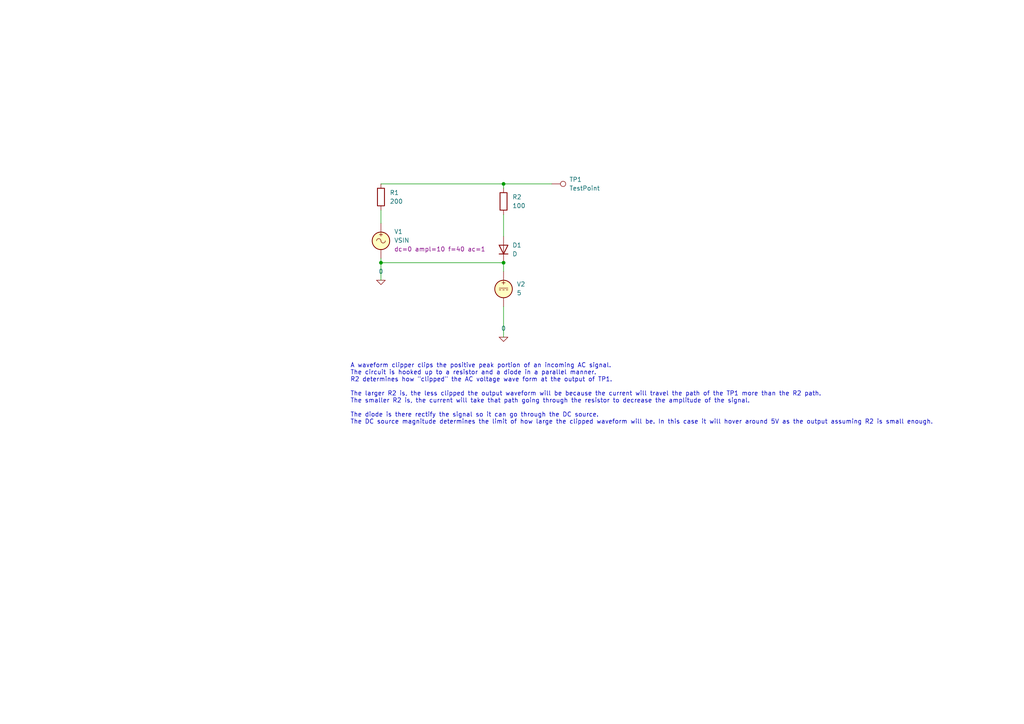
<source format=kicad_sch>
(kicad_sch (version 20230121) (generator eeschema)
  (paper "A4")
  (lib_symbols
    (symbol "Connector:TestPoint" (pin_numbers hide) (pin_names (offset 0.762) hide)
      (property "Reference" "TP" (at 0 6.858 0))
      (property "Value" "TestPoint" (at 0 5.08 0))
      (symbol "TestPoint_0_1"
        (circle (center 0 3.302) (radius 0.762))
      )
      (symbol "TestPoint_1_1"
        (pin passive line (at 0 0 90) (length 2.54) (name "1") (number "1"))
      )
    )
    (symbol "Device:D" (pin_numbers hide) (pin_names (offset 1.016) hide)
      (property "Reference" "D" (at 0 2.54 0))
      (property "Value" "D" (at 0 -2.54 0))
      (symbol "D_0_1"
        (polyline (pts (xy -1.27 1.27) (xy -1.27 -1.27)) (stroke (width 0.254)))
        (polyline (pts (xy 1.27 0) (xy -1.27 0)))
        (polyline (pts (xy 1.27 1.27) (xy 1.27 -1.27) (xy -1.27 0) (xy 1.27 1.27)) (stroke (width 0.254)))
      )
      (symbol "D_1_1"
        (pin passive line (at -3.81 0 0) (length 2.54) (name "K") (number "1"))
        (pin passive line (at 3.81 0 180) (length 2.54) (name "A") (number "2"))
      )
    )
    (symbol "Device:R" (pin_numbers hide) (pin_names (offset 0))
      (property "Reference" "R" (at 2.032 0 90))
      (property "Value" "R" (at 0 0 90))
      (symbol "R_0_1"
        (rectangle (start -1.016 -2.54) (end 1.016 2.54) (stroke (width 0.254)))
      )
      (symbol "R_1_1"
        (pin passive line (at 0 3.81 270) (length 1.27) (name "~") (number "1"))
        (pin passive line (at 0 -3.81 90) (length 1.27) (name "~") (number "2"))
      )
    )
    (symbol "Simulation_SPICE:0" (power) (pin_names (offset 0))
      (property "Value" "0" (at 0 -1.778 0))
      (symbol "0_0_1"
        (polyline (pts (xy -1.27 0) (xy 0 -1.27) (xy 1.27 0) (xy -1.27 0)))
      )
      (symbol "0_1_1"
        (pin power_in line (at 0 0 0) (length 0) hide (name "0") (number "1"))
      )
    )
    (symbol "Simulation_SPICE:VDC" (pin_numbers hide) (pin_names (offset 0.0254))
      (property "Reference" "V" (at 2.54 2.54 0))
      (property "Value" "1" (at 2.54 0 0))
      (symbol "VDC_0_0"
        (polyline (pts (xy -1.27 0.254) (xy 1.27 0.254)))
        (polyline (pts (xy -0.762 -0.254) (xy -1.27 -0.254)))
        (polyline (pts (xy 0.254 -0.254) (xy -0.254 -0.254)))
        (polyline (pts (xy 1.27 -0.254) (xy 0.762 -0.254)))
        (text "+" (at 0 1.905 0) (effects (font (size 1.27 1.27))))
      )
      (symbol "VDC_0_1"
        (circle (center 0 0) (radius 2.54) (stroke (width 0.254)) (fill (type background)))
      )
      (symbol "VDC_1_1"
        (pin passive line (at 0 5.08 270) (length 2.54) (name "~") (number "1"))
        (pin passive line (at 0 -5.08 90) (length 2.54) (name "~") (number "2"))
      )
    )
    (symbol "Simulation_SPICE:VSIN" (pin_numbers hide) (pin_names (offset 0.0254))
      (property "Reference" "V" (at 2.54 2.54 0))
      (property "Value" "VSIN" (at 2.54 0 0))
      (property "Sim.Params" "dc=0 ampl=1 f=1k ac=1" (at 2.54 -2.54 0))
      (symbol "VSIN_0_0"
        (arc (start 0 0) (mid -0.635 0.6323) (end -1.27 0))
        (arc (start 0 0) (mid 0.635 -0.6323) (end 1.27 0))
        (text "+" (at 0 1.905 0) (effects (font (size 1.27 1.27))))
      )
      (symbol "VSIN_0_1"
        (circle (center 0 0) (radius 2.54) (stroke (width 0.254)) (fill (type background)))
      )
      (symbol "VSIN_1_1"
        (pin passive line (at 0 5.08 270) (length 2.54) (name "~") (number "1"))
        (pin passive line (at 0 -5.08 90) (length 2.54) (name "~") (number "2"))
      )
    )
  )
  (junction (at 146.05 76.2))
  (junction (at 110.49 76.2))
  (junction (at 146.05 53.34))
  (wire (pts (xy 110.49 76.2) (xy 110.49 74.93)))
  (wire (pts (xy 146.05 53.34) (xy 146.05 54.61)))
  (wire (pts (xy 146.05 53.34) (xy 160.02 53.34)))
  (wire (pts (xy 110.49 53.34) (xy 146.05 53.34)))
  (wire (pts (xy 146.05 62.23) (xy 146.05 68.58)))
  (wire (pts (xy 146.05 76.2) (xy 110.49 76.2)))
  (wire (pts (xy 146.05 88.9) (xy 146.05 97.79)))
  (wire (pts (xy 110.49 76.2) (xy 110.49 81.28)))
  (wire (pts (xy 146.05 76.2) (xy 146.05 78.74)))
  (wire (pts (xy 110.49 60.96) (xy 110.49 64.77)))
  (text "A waveform clipper clips the positive peak portion of an incoming AC signal.\nThe circuit is hooked up to a resistor and a diode in a parallel manner.\nR2 determines how \"clipped\" the AC voltage wave form at the output of TP1.\n\nThe larger R2 is, the less clipped the output waveform will be because the current will travel the path of the TP1 more than the R2 path.\nThe smaller R2 is, the current will take that path going through the resistor to decrease the amplitude of the signal.\n\nThe diode is there rectify the signal so it can go through the DC source.\nThe DC source magnitude determines the limit of how large the clipped waveform will be. In this case it will hover around 5V as the output assuming R2 is small enough.\n" (at 101.6 123.19 0) (effects (font (size 1.27 1.27)) (justify left bottom)))
  (symbol (lib_id "Connector:TestPoint") (at 160.02 53.34 270) (unit 1)
    (property "Reference" "TP1" (at 165.1 52.07 90) (effects (justify left)))
    (property "Value" "TestPoint" (at 165.1 54.61 90) (effects (justify left)))
  )
  (symbol (lib_id "Simulation_SPICE:VSIN") (at 110.49 69.85 0) (unit 1)
    (property "Reference" "V1" (at 114.3 67.1802 0) (effects (justify left)))
    (property "Value" "VSIN" (at 114.3 69.7202 0) (effects (justify left)))
    (property "Sim.Pins" "1=+ 2=-" (effects hide))
    (property "Sim.Params" "dc=0 ampl=10 f=40 ac=1" (at 114.3 72.2602 0) (effects (justify left)))
    (property "Sim.Type" "SIN" (effects hide))
    (property "Sim.Device" "V" (effects hide))
  )
  (symbol (lib_id "Device:D") (at 146.05 72.39 90) (unit 1)
    (property "Reference" "D1" (at 148.59 71.12 90) (effects (justify right)))
    (property "Value" "D" (at 148.59 73.66 90) (effects (justify right)))
    (property "Sim.Device" "D" (effects hide))
    (property "Sim.Pins" "1=K 2=A" (effects hide))
  )
  (symbol (lib_id "Simulation_SPICE:VDC") (at 146.05 83.82 0) (unit 1)
    (property "Reference" "V2" (at 149.86 82.4202 0) (effects (justify left)))
    (property "Value" "5" (at 149.86 84.9602 0) (effects (justify left)))
    (property "Sim.Pins" "1=+ 2=-" (effects hide))
    (property "Sim.Type" "DC" (effects hide))
    (property "Sim.Device" "V" (effects hide))
  )
  (symbol (lib_id "Device:R") (at 146.05 58.42 0) (unit 1)
    (property "Reference" "R2" (at 148.59 57.15 0) (effects (justify left)))
    (property "Value" "100" (at 148.59 59.69 0) (effects (justify left)))
  )
  (symbol (lib_id "Simulation_SPICE:0") (at 146.05 97.79 0) (unit 1)
    (property "Reference" "#GND02" (effects hide))
    (property "Value" "0" (at 146.05 95.25 0))
  )
  (symbol (lib_id "Device:R") (at 110.49 57.15 0) (unit 1)
    (property "Reference" "R1" (at 113.03 55.88 0) (effects (justify left)))
    (property "Value" "200" (at 113.03 58.42 0) (effects (justify left)))
  )
  (symbol (lib_id "Simulation_SPICE:0") (at 110.49 81.28 0) (unit 1)
    (property "Reference" "#GND01" (effects hide))
    (property "Value" "0" (at 110.49 78.74 0))
  )
)
</source>
